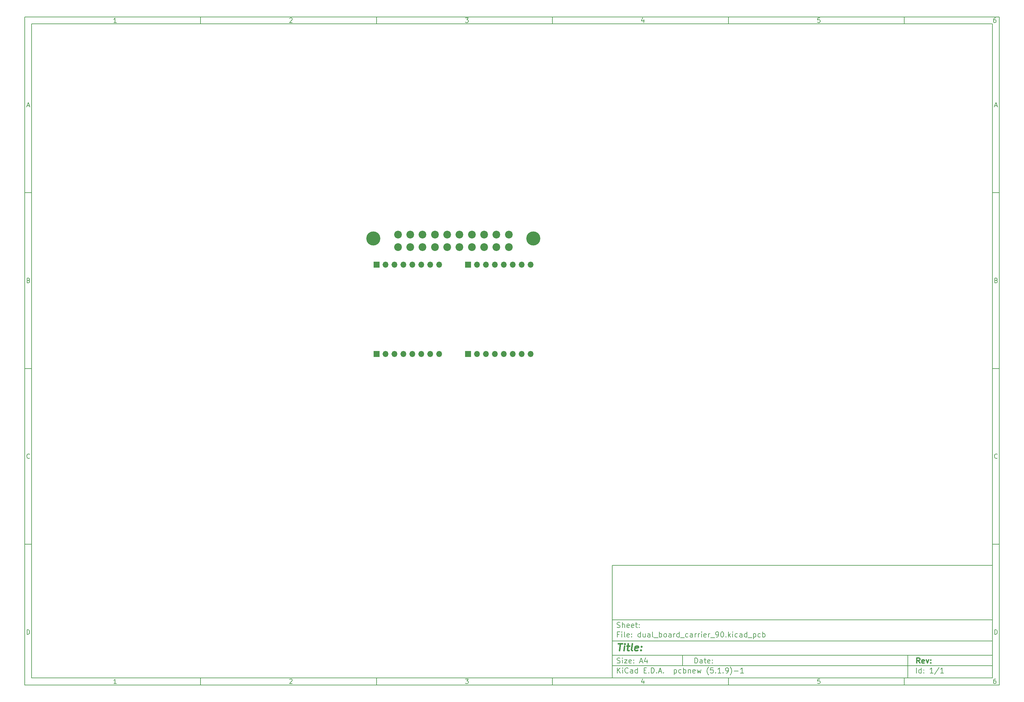
<source format=gbr>
%TF.GenerationSoftware,KiCad,Pcbnew,(5.1.9)-1*%
%TF.CreationDate,2021-02-06T18:14:13-06:00*%
%TF.ProjectId,dual_board_carrier_90,6475616c-5f62-46f6-9172-645f63617272,rev?*%
%TF.SameCoordinates,Original*%
%TF.FileFunction,Soldermask,Bot*%
%TF.FilePolarity,Negative*%
%FSLAX46Y46*%
G04 Gerber Fmt 4.6, Leading zero omitted, Abs format (unit mm)*
G04 Created by KiCad (PCBNEW (5.1.9)-1) date 2021-02-06 18:14:13*
%MOMM*%
%LPD*%
G01*
G04 APERTURE LIST*
%ADD10C,0.100000*%
%ADD11C,0.150000*%
%ADD12C,0.300000*%
%ADD13C,0.400000*%
%ADD14O,1.700000X1.700000*%
%ADD15R,1.700000X1.700000*%
%ADD16C,2.200000*%
%ADD17C,4.000000*%
G04 APERTURE END LIST*
D10*
D11*
X177002200Y-166007200D02*
X177002200Y-198007200D01*
X285002200Y-198007200D01*
X285002200Y-166007200D01*
X177002200Y-166007200D01*
D10*
D11*
X10000000Y-10000000D02*
X10000000Y-200007200D01*
X287002200Y-200007200D01*
X287002200Y-10000000D01*
X10000000Y-10000000D01*
D10*
D11*
X12000000Y-12000000D02*
X12000000Y-198007200D01*
X285002200Y-198007200D01*
X285002200Y-12000000D01*
X12000000Y-12000000D01*
D10*
D11*
X60000000Y-12000000D02*
X60000000Y-10000000D01*
D10*
D11*
X110000000Y-12000000D02*
X110000000Y-10000000D01*
D10*
D11*
X160000000Y-12000000D02*
X160000000Y-10000000D01*
D10*
D11*
X210000000Y-12000000D02*
X210000000Y-10000000D01*
D10*
D11*
X260000000Y-12000000D02*
X260000000Y-10000000D01*
D10*
D11*
X36065476Y-11588095D02*
X35322619Y-11588095D01*
X35694047Y-11588095D02*
X35694047Y-10288095D01*
X35570238Y-10473809D01*
X35446428Y-10597619D01*
X35322619Y-10659523D01*
D10*
D11*
X85322619Y-10411904D02*
X85384523Y-10350000D01*
X85508333Y-10288095D01*
X85817857Y-10288095D01*
X85941666Y-10350000D01*
X86003571Y-10411904D01*
X86065476Y-10535714D01*
X86065476Y-10659523D01*
X86003571Y-10845238D01*
X85260714Y-11588095D01*
X86065476Y-11588095D01*
D10*
D11*
X135260714Y-10288095D02*
X136065476Y-10288095D01*
X135632142Y-10783333D01*
X135817857Y-10783333D01*
X135941666Y-10845238D01*
X136003571Y-10907142D01*
X136065476Y-11030952D01*
X136065476Y-11340476D01*
X136003571Y-11464285D01*
X135941666Y-11526190D01*
X135817857Y-11588095D01*
X135446428Y-11588095D01*
X135322619Y-11526190D01*
X135260714Y-11464285D01*
D10*
D11*
X185941666Y-10721428D02*
X185941666Y-11588095D01*
X185632142Y-10226190D02*
X185322619Y-11154761D01*
X186127380Y-11154761D01*
D10*
D11*
X236003571Y-10288095D02*
X235384523Y-10288095D01*
X235322619Y-10907142D01*
X235384523Y-10845238D01*
X235508333Y-10783333D01*
X235817857Y-10783333D01*
X235941666Y-10845238D01*
X236003571Y-10907142D01*
X236065476Y-11030952D01*
X236065476Y-11340476D01*
X236003571Y-11464285D01*
X235941666Y-11526190D01*
X235817857Y-11588095D01*
X235508333Y-11588095D01*
X235384523Y-11526190D01*
X235322619Y-11464285D01*
D10*
D11*
X285941666Y-10288095D02*
X285694047Y-10288095D01*
X285570238Y-10350000D01*
X285508333Y-10411904D01*
X285384523Y-10597619D01*
X285322619Y-10845238D01*
X285322619Y-11340476D01*
X285384523Y-11464285D01*
X285446428Y-11526190D01*
X285570238Y-11588095D01*
X285817857Y-11588095D01*
X285941666Y-11526190D01*
X286003571Y-11464285D01*
X286065476Y-11340476D01*
X286065476Y-11030952D01*
X286003571Y-10907142D01*
X285941666Y-10845238D01*
X285817857Y-10783333D01*
X285570238Y-10783333D01*
X285446428Y-10845238D01*
X285384523Y-10907142D01*
X285322619Y-11030952D01*
D10*
D11*
X60000000Y-198007200D02*
X60000000Y-200007200D01*
D10*
D11*
X110000000Y-198007200D02*
X110000000Y-200007200D01*
D10*
D11*
X160000000Y-198007200D02*
X160000000Y-200007200D01*
D10*
D11*
X210000000Y-198007200D02*
X210000000Y-200007200D01*
D10*
D11*
X260000000Y-198007200D02*
X260000000Y-200007200D01*
D10*
D11*
X36065476Y-199595295D02*
X35322619Y-199595295D01*
X35694047Y-199595295D02*
X35694047Y-198295295D01*
X35570238Y-198481009D01*
X35446428Y-198604819D01*
X35322619Y-198666723D01*
D10*
D11*
X85322619Y-198419104D02*
X85384523Y-198357200D01*
X85508333Y-198295295D01*
X85817857Y-198295295D01*
X85941666Y-198357200D01*
X86003571Y-198419104D01*
X86065476Y-198542914D01*
X86065476Y-198666723D01*
X86003571Y-198852438D01*
X85260714Y-199595295D01*
X86065476Y-199595295D01*
D10*
D11*
X135260714Y-198295295D02*
X136065476Y-198295295D01*
X135632142Y-198790533D01*
X135817857Y-198790533D01*
X135941666Y-198852438D01*
X136003571Y-198914342D01*
X136065476Y-199038152D01*
X136065476Y-199347676D01*
X136003571Y-199471485D01*
X135941666Y-199533390D01*
X135817857Y-199595295D01*
X135446428Y-199595295D01*
X135322619Y-199533390D01*
X135260714Y-199471485D01*
D10*
D11*
X185941666Y-198728628D02*
X185941666Y-199595295D01*
X185632142Y-198233390D02*
X185322619Y-199161961D01*
X186127380Y-199161961D01*
D10*
D11*
X236003571Y-198295295D02*
X235384523Y-198295295D01*
X235322619Y-198914342D01*
X235384523Y-198852438D01*
X235508333Y-198790533D01*
X235817857Y-198790533D01*
X235941666Y-198852438D01*
X236003571Y-198914342D01*
X236065476Y-199038152D01*
X236065476Y-199347676D01*
X236003571Y-199471485D01*
X235941666Y-199533390D01*
X235817857Y-199595295D01*
X235508333Y-199595295D01*
X235384523Y-199533390D01*
X235322619Y-199471485D01*
D10*
D11*
X285941666Y-198295295D02*
X285694047Y-198295295D01*
X285570238Y-198357200D01*
X285508333Y-198419104D01*
X285384523Y-198604819D01*
X285322619Y-198852438D01*
X285322619Y-199347676D01*
X285384523Y-199471485D01*
X285446428Y-199533390D01*
X285570238Y-199595295D01*
X285817857Y-199595295D01*
X285941666Y-199533390D01*
X286003571Y-199471485D01*
X286065476Y-199347676D01*
X286065476Y-199038152D01*
X286003571Y-198914342D01*
X285941666Y-198852438D01*
X285817857Y-198790533D01*
X285570238Y-198790533D01*
X285446428Y-198852438D01*
X285384523Y-198914342D01*
X285322619Y-199038152D01*
D10*
D11*
X10000000Y-60000000D02*
X12000000Y-60000000D01*
D10*
D11*
X10000000Y-110000000D02*
X12000000Y-110000000D01*
D10*
D11*
X10000000Y-160000000D02*
X12000000Y-160000000D01*
D10*
D11*
X10690476Y-35216666D02*
X11309523Y-35216666D01*
X10566666Y-35588095D02*
X11000000Y-34288095D01*
X11433333Y-35588095D01*
D10*
D11*
X11092857Y-84907142D02*
X11278571Y-84969047D01*
X11340476Y-85030952D01*
X11402380Y-85154761D01*
X11402380Y-85340476D01*
X11340476Y-85464285D01*
X11278571Y-85526190D01*
X11154761Y-85588095D01*
X10659523Y-85588095D01*
X10659523Y-84288095D01*
X11092857Y-84288095D01*
X11216666Y-84350000D01*
X11278571Y-84411904D01*
X11340476Y-84535714D01*
X11340476Y-84659523D01*
X11278571Y-84783333D01*
X11216666Y-84845238D01*
X11092857Y-84907142D01*
X10659523Y-84907142D01*
D10*
D11*
X11402380Y-135464285D02*
X11340476Y-135526190D01*
X11154761Y-135588095D01*
X11030952Y-135588095D01*
X10845238Y-135526190D01*
X10721428Y-135402380D01*
X10659523Y-135278571D01*
X10597619Y-135030952D01*
X10597619Y-134845238D01*
X10659523Y-134597619D01*
X10721428Y-134473809D01*
X10845238Y-134350000D01*
X11030952Y-134288095D01*
X11154761Y-134288095D01*
X11340476Y-134350000D01*
X11402380Y-134411904D01*
D10*
D11*
X10659523Y-185588095D02*
X10659523Y-184288095D01*
X10969047Y-184288095D01*
X11154761Y-184350000D01*
X11278571Y-184473809D01*
X11340476Y-184597619D01*
X11402380Y-184845238D01*
X11402380Y-185030952D01*
X11340476Y-185278571D01*
X11278571Y-185402380D01*
X11154761Y-185526190D01*
X10969047Y-185588095D01*
X10659523Y-185588095D01*
D10*
D11*
X287002200Y-60000000D02*
X285002200Y-60000000D01*
D10*
D11*
X287002200Y-110000000D02*
X285002200Y-110000000D01*
D10*
D11*
X287002200Y-160000000D02*
X285002200Y-160000000D01*
D10*
D11*
X285692676Y-35216666D02*
X286311723Y-35216666D01*
X285568866Y-35588095D02*
X286002200Y-34288095D01*
X286435533Y-35588095D01*
D10*
D11*
X286095057Y-84907142D02*
X286280771Y-84969047D01*
X286342676Y-85030952D01*
X286404580Y-85154761D01*
X286404580Y-85340476D01*
X286342676Y-85464285D01*
X286280771Y-85526190D01*
X286156961Y-85588095D01*
X285661723Y-85588095D01*
X285661723Y-84288095D01*
X286095057Y-84288095D01*
X286218866Y-84350000D01*
X286280771Y-84411904D01*
X286342676Y-84535714D01*
X286342676Y-84659523D01*
X286280771Y-84783333D01*
X286218866Y-84845238D01*
X286095057Y-84907142D01*
X285661723Y-84907142D01*
D10*
D11*
X286404580Y-135464285D02*
X286342676Y-135526190D01*
X286156961Y-135588095D01*
X286033152Y-135588095D01*
X285847438Y-135526190D01*
X285723628Y-135402380D01*
X285661723Y-135278571D01*
X285599819Y-135030952D01*
X285599819Y-134845238D01*
X285661723Y-134597619D01*
X285723628Y-134473809D01*
X285847438Y-134350000D01*
X286033152Y-134288095D01*
X286156961Y-134288095D01*
X286342676Y-134350000D01*
X286404580Y-134411904D01*
D10*
D11*
X285661723Y-185588095D02*
X285661723Y-184288095D01*
X285971247Y-184288095D01*
X286156961Y-184350000D01*
X286280771Y-184473809D01*
X286342676Y-184597619D01*
X286404580Y-184845238D01*
X286404580Y-185030952D01*
X286342676Y-185278571D01*
X286280771Y-185402380D01*
X286156961Y-185526190D01*
X285971247Y-185588095D01*
X285661723Y-185588095D01*
D10*
D11*
X200434342Y-193785771D02*
X200434342Y-192285771D01*
X200791485Y-192285771D01*
X201005771Y-192357200D01*
X201148628Y-192500057D01*
X201220057Y-192642914D01*
X201291485Y-192928628D01*
X201291485Y-193142914D01*
X201220057Y-193428628D01*
X201148628Y-193571485D01*
X201005771Y-193714342D01*
X200791485Y-193785771D01*
X200434342Y-193785771D01*
X202577200Y-193785771D02*
X202577200Y-193000057D01*
X202505771Y-192857200D01*
X202362914Y-192785771D01*
X202077200Y-192785771D01*
X201934342Y-192857200D01*
X202577200Y-193714342D02*
X202434342Y-193785771D01*
X202077200Y-193785771D01*
X201934342Y-193714342D01*
X201862914Y-193571485D01*
X201862914Y-193428628D01*
X201934342Y-193285771D01*
X202077200Y-193214342D01*
X202434342Y-193214342D01*
X202577200Y-193142914D01*
X203077200Y-192785771D02*
X203648628Y-192785771D01*
X203291485Y-192285771D02*
X203291485Y-193571485D01*
X203362914Y-193714342D01*
X203505771Y-193785771D01*
X203648628Y-193785771D01*
X204720057Y-193714342D02*
X204577200Y-193785771D01*
X204291485Y-193785771D01*
X204148628Y-193714342D01*
X204077200Y-193571485D01*
X204077200Y-193000057D01*
X204148628Y-192857200D01*
X204291485Y-192785771D01*
X204577200Y-192785771D01*
X204720057Y-192857200D01*
X204791485Y-193000057D01*
X204791485Y-193142914D01*
X204077200Y-193285771D01*
X205434342Y-193642914D02*
X205505771Y-193714342D01*
X205434342Y-193785771D01*
X205362914Y-193714342D01*
X205434342Y-193642914D01*
X205434342Y-193785771D01*
X205434342Y-192857200D02*
X205505771Y-192928628D01*
X205434342Y-193000057D01*
X205362914Y-192928628D01*
X205434342Y-192857200D01*
X205434342Y-193000057D01*
D10*
D11*
X177002200Y-194507200D02*
X285002200Y-194507200D01*
D10*
D11*
X178434342Y-196585771D02*
X178434342Y-195085771D01*
X179291485Y-196585771D02*
X178648628Y-195728628D01*
X179291485Y-195085771D02*
X178434342Y-195942914D01*
X179934342Y-196585771D02*
X179934342Y-195585771D01*
X179934342Y-195085771D02*
X179862914Y-195157200D01*
X179934342Y-195228628D01*
X180005771Y-195157200D01*
X179934342Y-195085771D01*
X179934342Y-195228628D01*
X181505771Y-196442914D02*
X181434342Y-196514342D01*
X181220057Y-196585771D01*
X181077200Y-196585771D01*
X180862914Y-196514342D01*
X180720057Y-196371485D01*
X180648628Y-196228628D01*
X180577200Y-195942914D01*
X180577200Y-195728628D01*
X180648628Y-195442914D01*
X180720057Y-195300057D01*
X180862914Y-195157200D01*
X181077200Y-195085771D01*
X181220057Y-195085771D01*
X181434342Y-195157200D01*
X181505771Y-195228628D01*
X182791485Y-196585771D02*
X182791485Y-195800057D01*
X182720057Y-195657200D01*
X182577200Y-195585771D01*
X182291485Y-195585771D01*
X182148628Y-195657200D01*
X182791485Y-196514342D02*
X182648628Y-196585771D01*
X182291485Y-196585771D01*
X182148628Y-196514342D01*
X182077200Y-196371485D01*
X182077200Y-196228628D01*
X182148628Y-196085771D01*
X182291485Y-196014342D01*
X182648628Y-196014342D01*
X182791485Y-195942914D01*
X184148628Y-196585771D02*
X184148628Y-195085771D01*
X184148628Y-196514342D02*
X184005771Y-196585771D01*
X183720057Y-196585771D01*
X183577200Y-196514342D01*
X183505771Y-196442914D01*
X183434342Y-196300057D01*
X183434342Y-195871485D01*
X183505771Y-195728628D01*
X183577200Y-195657200D01*
X183720057Y-195585771D01*
X184005771Y-195585771D01*
X184148628Y-195657200D01*
X186005771Y-195800057D02*
X186505771Y-195800057D01*
X186720057Y-196585771D02*
X186005771Y-196585771D01*
X186005771Y-195085771D01*
X186720057Y-195085771D01*
X187362914Y-196442914D02*
X187434342Y-196514342D01*
X187362914Y-196585771D01*
X187291485Y-196514342D01*
X187362914Y-196442914D01*
X187362914Y-196585771D01*
X188077200Y-196585771D02*
X188077200Y-195085771D01*
X188434342Y-195085771D01*
X188648628Y-195157200D01*
X188791485Y-195300057D01*
X188862914Y-195442914D01*
X188934342Y-195728628D01*
X188934342Y-195942914D01*
X188862914Y-196228628D01*
X188791485Y-196371485D01*
X188648628Y-196514342D01*
X188434342Y-196585771D01*
X188077200Y-196585771D01*
X189577200Y-196442914D02*
X189648628Y-196514342D01*
X189577200Y-196585771D01*
X189505771Y-196514342D01*
X189577200Y-196442914D01*
X189577200Y-196585771D01*
X190220057Y-196157200D02*
X190934342Y-196157200D01*
X190077200Y-196585771D02*
X190577200Y-195085771D01*
X191077200Y-196585771D01*
X191577200Y-196442914D02*
X191648628Y-196514342D01*
X191577200Y-196585771D01*
X191505771Y-196514342D01*
X191577200Y-196442914D01*
X191577200Y-196585771D01*
X194577200Y-195585771D02*
X194577200Y-197085771D01*
X194577200Y-195657200D02*
X194720057Y-195585771D01*
X195005771Y-195585771D01*
X195148628Y-195657200D01*
X195220057Y-195728628D01*
X195291485Y-195871485D01*
X195291485Y-196300057D01*
X195220057Y-196442914D01*
X195148628Y-196514342D01*
X195005771Y-196585771D01*
X194720057Y-196585771D01*
X194577200Y-196514342D01*
X196577200Y-196514342D02*
X196434342Y-196585771D01*
X196148628Y-196585771D01*
X196005771Y-196514342D01*
X195934342Y-196442914D01*
X195862914Y-196300057D01*
X195862914Y-195871485D01*
X195934342Y-195728628D01*
X196005771Y-195657200D01*
X196148628Y-195585771D01*
X196434342Y-195585771D01*
X196577200Y-195657200D01*
X197220057Y-196585771D02*
X197220057Y-195085771D01*
X197220057Y-195657200D02*
X197362914Y-195585771D01*
X197648628Y-195585771D01*
X197791485Y-195657200D01*
X197862914Y-195728628D01*
X197934342Y-195871485D01*
X197934342Y-196300057D01*
X197862914Y-196442914D01*
X197791485Y-196514342D01*
X197648628Y-196585771D01*
X197362914Y-196585771D01*
X197220057Y-196514342D01*
X198577200Y-195585771D02*
X198577200Y-196585771D01*
X198577200Y-195728628D02*
X198648628Y-195657200D01*
X198791485Y-195585771D01*
X199005771Y-195585771D01*
X199148628Y-195657200D01*
X199220057Y-195800057D01*
X199220057Y-196585771D01*
X200505771Y-196514342D02*
X200362914Y-196585771D01*
X200077200Y-196585771D01*
X199934342Y-196514342D01*
X199862914Y-196371485D01*
X199862914Y-195800057D01*
X199934342Y-195657200D01*
X200077200Y-195585771D01*
X200362914Y-195585771D01*
X200505771Y-195657200D01*
X200577200Y-195800057D01*
X200577200Y-195942914D01*
X199862914Y-196085771D01*
X201077200Y-195585771D02*
X201362914Y-196585771D01*
X201648628Y-195871485D01*
X201934342Y-196585771D01*
X202220057Y-195585771D01*
X204362914Y-197157200D02*
X204291485Y-197085771D01*
X204148628Y-196871485D01*
X204077200Y-196728628D01*
X204005771Y-196514342D01*
X203934342Y-196157200D01*
X203934342Y-195871485D01*
X204005771Y-195514342D01*
X204077200Y-195300057D01*
X204148628Y-195157200D01*
X204291485Y-194942914D01*
X204362914Y-194871485D01*
X205648628Y-195085771D02*
X204934342Y-195085771D01*
X204862914Y-195800057D01*
X204934342Y-195728628D01*
X205077200Y-195657200D01*
X205434342Y-195657200D01*
X205577200Y-195728628D01*
X205648628Y-195800057D01*
X205720057Y-195942914D01*
X205720057Y-196300057D01*
X205648628Y-196442914D01*
X205577200Y-196514342D01*
X205434342Y-196585771D01*
X205077200Y-196585771D01*
X204934342Y-196514342D01*
X204862914Y-196442914D01*
X206362914Y-196442914D02*
X206434342Y-196514342D01*
X206362914Y-196585771D01*
X206291485Y-196514342D01*
X206362914Y-196442914D01*
X206362914Y-196585771D01*
X207862914Y-196585771D02*
X207005771Y-196585771D01*
X207434342Y-196585771D02*
X207434342Y-195085771D01*
X207291485Y-195300057D01*
X207148628Y-195442914D01*
X207005771Y-195514342D01*
X208505771Y-196442914D02*
X208577200Y-196514342D01*
X208505771Y-196585771D01*
X208434342Y-196514342D01*
X208505771Y-196442914D01*
X208505771Y-196585771D01*
X209291485Y-196585771D02*
X209577200Y-196585771D01*
X209720057Y-196514342D01*
X209791485Y-196442914D01*
X209934342Y-196228628D01*
X210005771Y-195942914D01*
X210005771Y-195371485D01*
X209934342Y-195228628D01*
X209862914Y-195157200D01*
X209720057Y-195085771D01*
X209434342Y-195085771D01*
X209291485Y-195157200D01*
X209220057Y-195228628D01*
X209148628Y-195371485D01*
X209148628Y-195728628D01*
X209220057Y-195871485D01*
X209291485Y-195942914D01*
X209434342Y-196014342D01*
X209720057Y-196014342D01*
X209862914Y-195942914D01*
X209934342Y-195871485D01*
X210005771Y-195728628D01*
X210505771Y-197157200D02*
X210577200Y-197085771D01*
X210720057Y-196871485D01*
X210791485Y-196728628D01*
X210862914Y-196514342D01*
X210934342Y-196157200D01*
X210934342Y-195871485D01*
X210862914Y-195514342D01*
X210791485Y-195300057D01*
X210720057Y-195157200D01*
X210577200Y-194942914D01*
X210505771Y-194871485D01*
X211648628Y-196014342D02*
X212791485Y-196014342D01*
X214291485Y-196585771D02*
X213434342Y-196585771D01*
X213862914Y-196585771D02*
X213862914Y-195085771D01*
X213720057Y-195300057D01*
X213577200Y-195442914D01*
X213434342Y-195514342D01*
D10*
D11*
X177002200Y-191507200D02*
X285002200Y-191507200D01*
D10*
D12*
X264411485Y-193785771D02*
X263911485Y-193071485D01*
X263554342Y-193785771D02*
X263554342Y-192285771D01*
X264125771Y-192285771D01*
X264268628Y-192357200D01*
X264340057Y-192428628D01*
X264411485Y-192571485D01*
X264411485Y-192785771D01*
X264340057Y-192928628D01*
X264268628Y-193000057D01*
X264125771Y-193071485D01*
X263554342Y-193071485D01*
X265625771Y-193714342D02*
X265482914Y-193785771D01*
X265197200Y-193785771D01*
X265054342Y-193714342D01*
X264982914Y-193571485D01*
X264982914Y-193000057D01*
X265054342Y-192857200D01*
X265197200Y-192785771D01*
X265482914Y-192785771D01*
X265625771Y-192857200D01*
X265697200Y-193000057D01*
X265697200Y-193142914D01*
X264982914Y-193285771D01*
X266197200Y-192785771D02*
X266554342Y-193785771D01*
X266911485Y-192785771D01*
X267482914Y-193642914D02*
X267554342Y-193714342D01*
X267482914Y-193785771D01*
X267411485Y-193714342D01*
X267482914Y-193642914D01*
X267482914Y-193785771D01*
X267482914Y-192857200D02*
X267554342Y-192928628D01*
X267482914Y-193000057D01*
X267411485Y-192928628D01*
X267482914Y-192857200D01*
X267482914Y-193000057D01*
D10*
D11*
X178362914Y-193714342D02*
X178577200Y-193785771D01*
X178934342Y-193785771D01*
X179077200Y-193714342D01*
X179148628Y-193642914D01*
X179220057Y-193500057D01*
X179220057Y-193357200D01*
X179148628Y-193214342D01*
X179077200Y-193142914D01*
X178934342Y-193071485D01*
X178648628Y-193000057D01*
X178505771Y-192928628D01*
X178434342Y-192857200D01*
X178362914Y-192714342D01*
X178362914Y-192571485D01*
X178434342Y-192428628D01*
X178505771Y-192357200D01*
X178648628Y-192285771D01*
X179005771Y-192285771D01*
X179220057Y-192357200D01*
X179862914Y-193785771D02*
X179862914Y-192785771D01*
X179862914Y-192285771D02*
X179791485Y-192357200D01*
X179862914Y-192428628D01*
X179934342Y-192357200D01*
X179862914Y-192285771D01*
X179862914Y-192428628D01*
X180434342Y-192785771D02*
X181220057Y-192785771D01*
X180434342Y-193785771D01*
X181220057Y-193785771D01*
X182362914Y-193714342D02*
X182220057Y-193785771D01*
X181934342Y-193785771D01*
X181791485Y-193714342D01*
X181720057Y-193571485D01*
X181720057Y-193000057D01*
X181791485Y-192857200D01*
X181934342Y-192785771D01*
X182220057Y-192785771D01*
X182362914Y-192857200D01*
X182434342Y-193000057D01*
X182434342Y-193142914D01*
X181720057Y-193285771D01*
X183077200Y-193642914D02*
X183148628Y-193714342D01*
X183077200Y-193785771D01*
X183005771Y-193714342D01*
X183077200Y-193642914D01*
X183077200Y-193785771D01*
X183077200Y-192857200D02*
X183148628Y-192928628D01*
X183077200Y-193000057D01*
X183005771Y-192928628D01*
X183077200Y-192857200D01*
X183077200Y-193000057D01*
X184862914Y-193357200D02*
X185577200Y-193357200D01*
X184720057Y-193785771D02*
X185220057Y-192285771D01*
X185720057Y-193785771D01*
X186862914Y-192785771D02*
X186862914Y-193785771D01*
X186505771Y-192214342D02*
X186148628Y-193285771D01*
X187077200Y-193285771D01*
D10*
D11*
X263434342Y-196585771D02*
X263434342Y-195085771D01*
X264791485Y-196585771D02*
X264791485Y-195085771D01*
X264791485Y-196514342D02*
X264648628Y-196585771D01*
X264362914Y-196585771D01*
X264220057Y-196514342D01*
X264148628Y-196442914D01*
X264077200Y-196300057D01*
X264077200Y-195871485D01*
X264148628Y-195728628D01*
X264220057Y-195657200D01*
X264362914Y-195585771D01*
X264648628Y-195585771D01*
X264791485Y-195657200D01*
X265505771Y-196442914D02*
X265577200Y-196514342D01*
X265505771Y-196585771D01*
X265434342Y-196514342D01*
X265505771Y-196442914D01*
X265505771Y-196585771D01*
X265505771Y-195657200D02*
X265577200Y-195728628D01*
X265505771Y-195800057D01*
X265434342Y-195728628D01*
X265505771Y-195657200D01*
X265505771Y-195800057D01*
X268148628Y-196585771D02*
X267291485Y-196585771D01*
X267720057Y-196585771D02*
X267720057Y-195085771D01*
X267577200Y-195300057D01*
X267434342Y-195442914D01*
X267291485Y-195514342D01*
X269862914Y-195014342D02*
X268577200Y-196942914D01*
X271148628Y-196585771D02*
X270291485Y-196585771D01*
X270720057Y-196585771D02*
X270720057Y-195085771D01*
X270577200Y-195300057D01*
X270434342Y-195442914D01*
X270291485Y-195514342D01*
D10*
D11*
X177002200Y-187507200D02*
X285002200Y-187507200D01*
D10*
D13*
X178714580Y-188211961D02*
X179857438Y-188211961D01*
X179036009Y-190211961D02*
X179286009Y-188211961D01*
X180274104Y-190211961D02*
X180440771Y-188878628D01*
X180524104Y-188211961D02*
X180416961Y-188307200D01*
X180500295Y-188402438D01*
X180607438Y-188307200D01*
X180524104Y-188211961D01*
X180500295Y-188402438D01*
X181107438Y-188878628D02*
X181869342Y-188878628D01*
X181476485Y-188211961D02*
X181262200Y-189926247D01*
X181333628Y-190116723D01*
X181512200Y-190211961D01*
X181702676Y-190211961D01*
X182655057Y-190211961D02*
X182476485Y-190116723D01*
X182405057Y-189926247D01*
X182619342Y-188211961D01*
X184190771Y-190116723D02*
X183988390Y-190211961D01*
X183607438Y-190211961D01*
X183428866Y-190116723D01*
X183357438Y-189926247D01*
X183452676Y-189164342D01*
X183571723Y-188973866D01*
X183774104Y-188878628D01*
X184155057Y-188878628D01*
X184333628Y-188973866D01*
X184405057Y-189164342D01*
X184381247Y-189354819D01*
X183405057Y-189545295D01*
X185155057Y-190021485D02*
X185238390Y-190116723D01*
X185131247Y-190211961D01*
X185047914Y-190116723D01*
X185155057Y-190021485D01*
X185131247Y-190211961D01*
X185286009Y-188973866D02*
X185369342Y-189069104D01*
X185262200Y-189164342D01*
X185178866Y-189069104D01*
X185286009Y-188973866D01*
X185262200Y-189164342D01*
D10*
D11*
X178934342Y-185600057D02*
X178434342Y-185600057D01*
X178434342Y-186385771D02*
X178434342Y-184885771D01*
X179148628Y-184885771D01*
X179720057Y-186385771D02*
X179720057Y-185385771D01*
X179720057Y-184885771D02*
X179648628Y-184957200D01*
X179720057Y-185028628D01*
X179791485Y-184957200D01*
X179720057Y-184885771D01*
X179720057Y-185028628D01*
X180648628Y-186385771D02*
X180505771Y-186314342D01*
X180434342Y-186171485D01*
X180434342Y-184885771D01*
X181791485Y-186314342D02*
X181648628Y-186385771D01*
X181362914Y-186385771D01*
X181220057Y-186314342D01*
X181148628Y-186171485D01*
X181148628Y-185600057D01*
X181220057Y-185457200D01*
X181362914Y-185385771D01*
X181648628Y-185385771D01*
X181791485Y-185457200D01*
X181862914Y-185600057D01*
X181862914Y-185742914D01*
X181148628Y-185885771D01*
X182505771Y-186242914D02*
X182577200Y-186314342D01*
X182505771Y-186385771D01*
X182434342Y-186314342D01*
X182505771Y-186242914D01*
X182505771Y-186385771D01*
X182505771Y-185457200D02*
X182577200Y-185528628D01*
X182505771Y-185600057D01*
X182434342Y-185528628D01*
X182505771Y-185457200D01*
X182505771Y-185600057D01*
X185005771Y-186385771D02*
X185005771Y-184885771D01*
X185005771Y-186314342D02*
X184862914Y-186385771D01*
X184577200Y-186385771D01*
X184434342Y-186314342D01*
X184362914Y-186242914D01*
X184291485Y-186100057D01*
X184291485Y-185671485D01*
X184362914Y-185528628D01*
X184434342Y-185457200D01*
X184577200Y-185385771D01*
X184862914Y-185385771D01*
X185005771Y-185457200D01*
X186362914Y-185385771D02*
X186362914Y-186385771D01*
X185720057Y-185385771D02*
X185720057Y-186171485D01*
X185791485Y-186314342D01*
X185934342Y-186385771D01*
X186148628Y-186385771D01*
X186291485Y-186314342D01*
X186362914Y-186242914D01*
X187720057Y-186385771D02*
X187720057Y-185600057D01*
X187648628Y-185457200D01*
X187505771Y-185385771D01*
X187220057Y-185385771D01*
X187077200Y-185457200D01*
X187720057Y-186314342D02*
X187577200Y-186385771D01*
X187220057Y-186385771D01*
X187077200Y-186314342D01*
X187005771Y-186171485D01*
X187005771Y-186028628D01*
X187077200Y-185885771D01*
X187220057Y-185814342D01*
X187577200Y-185814342D01*
X187720057Y-185742914D01*
X188648628Y-186385771D02*
X188505771Y-186314342D01*
X188434342Y-186171485D01*
X188434342Y-184885771D01*
X188862914Y-186528628D02*
X190005771Y-186528628D01*
X190362914Y-186385771D02*
X190362914Y-184885771D01*
X190362914Y-185457200D02*
X190505771Y-185385771D01*
X190791485Y-185385771D01*
X190934342Y-185457200D01*
X191005771Y-185528628D01*
X191077200Y-185671485D01*
X191077200Y-186100057D01*
X191005771Y-186242914D01*
X190934342Y-186314342D01*
X190791485Y-186385771D01*
X190505771Y-186385771D01*
X190362914Y-186314342D01*
X191934342Y-186385771D02*
X191791485Y-186314342D01*
X191720057Y-186242914D01*
X191648628Y-186100057D01*
X191648628Y-185671485D01*
X191720057Y-185528628D01*
X191791485Y-185457200D01*
X191934342Y-185385771D01*
X192148628Y-185385771D01*
X192291485Y-185457200D01*
X192362914Y-185528628D01*
X192434342Y-185671485D01*
X192434342Y-186100057D01*
X192362914Y-186242914D01*
X192291485Y-186314342D01*
X192148628Y-186385771D01*
X191934342Y-186385771D01*
X193720057Y-186385771D02*
X193720057Y-185600057D01*
X193648628Y-185457200D01*
X193505771Y-185385771D01*
X193220057Y-185385771D01*
X193077200Y-185457200D01*
X193720057Y-186314342D02*
X193577200Y-186385771D01*
X193220057Y-186385771D01*
X193077200Y-186314342D01*
X193005771Y-186171485D01*
X193005771Y-186028628D01*
X193077200Y-185885771D01*
X193220057Y-185814342D01*
X193577200Y-185814342D01*
X193720057Y-185742914D01*
X194434342Y-186385771D02*
X194434342Y-185385771D01*
X194434342Y-185671485D02*
X194505771Y-185528628D01*
X194577200Y-185457200D01*
X194720057Y-185385771D01*
X194862914Y-185385771D01*
X196005771Y-186385771D02*
X196005771Y-184885771D01*
X196005771Y-186314342D02*
X195862914Y-186385771D01*
X195577200Y-186385771D01*
X195434342Y-186314342D01*
X195362914Y-186242914D01*
X195291485Y-186100057D01*
X195291485Y-185671485D01*
X195362914Y-185528628D01*
X195434342Y-185457200D01*
X195577200Y-185385771D01*
X195862914Y-185385771D01*
X196005771Y-185457200D01*
X196362914Y-186528628D02*
X197505771Y-186528628D01*
X198505771Y-186314342D02*
X198362914Y-186385771D01*
X198077200Y-186385771D01*
X197934342Y-186314342D01*
X197862914Y-186242914D01*
X197791485Y-186100057D01*
X197791485Y-185671485D01*
X197862914Y-185528628D01*
X197934342Y-185457200D01*
X198077200Y-185385771D01*
X198362914Y-185385771D01*
X198505771Y-185457200D01*
X199791485Y-186385771D02*
X199791485Y-185600057D01*
X199720057Y-185457200D01*
X199577200Y-185385771D01*
X199291485Y-185385771D01*
X199148628Y-185457200D01*
X199791485Y-186314342D02*
X199648628Y-186385771D01*
X199291485Y-186385771D01*
X199148628Y-186314342D01*
X199077200Y-186171485D01*
X199077200Y-186028628D01*
X199148628Y-185885771D01*
X199291485Y-185814342D01*
X199648628Y-185814342D01*
X199791485Y-185742914D01*
X200505771Y-186385771D02*
X200505771Y-185385771D01*
X200505771Y-185671485D02*
X200577200Y-185528628D01*
X200648628Y-185457200D01*
X200791485Y-185385771D01*
X200934342Y-185385771D01*
X201434342Y-186385771D02*
X201434342Y-185385771D01*
X201434342Y-185671485D02*
X201505771Y-185528628D01*
X201577200Y-185457200D01*
X201720057Y-185385771D01*
X201862914Y-185385771D01*
X202362914Y-186385771D02*
X202362914Y-185385771D01*
X202362914Y-184885771D02*
X202291485Y-184957200D01*
X202362914Y-185028628D01*
X202434342Y-184957200D01*
X202362914Y-184885771D01*
X202362914Y-185028628D01*
X203648628Y-186314342D02*
X203505771Y-186385771D01*
X203220057Y-186385771D01*
X203077200Y-186314342D01*
X203005771Y-186171485D01*
X203005771Y-185600057D01*
X203077200Y-185457200D01*
X203220057Y-185385771D01*
X203505771Y-185385771D01*
X203648628Y-185457200D01*
X203720057Y-185600057D01*
X203720057Y-185742914D01*
X203005771Y-185885771D01*
X204362914Y-186385771D02*
X204362914Y-185385771D01*
X204362914Y-185671485D02*
X204434342Y-185528628D01*
X204505771Y-185457200D01*
X204648628Y-185385771D01*
X204791485Y-185385771D01*
X204934342Y-186528628D02*
X206077200Y-186528628D01*
X206505771Y-186385771D02*
X206791485Y-186385771D01*
X206934342Y-186314342D01*
X207005771Y-186242914D01*
X207148628Y-186028628D01*
X207220057Y-185742914D01*
X207220057Y-185171485D01*
X207148628Y-185028628D01*
X207077200Y-184957200D01*
X206934342Y-184885771D01*
X206648628Y-184885771D01*
X206505771Y-184957200D01*
X206434342Y-185028628D01*
X206362914Y-185171485D01*
X206362914Y-185528628D01*
X206434342Y-185671485D01*
X206505771Y-185742914D01*
X206648628Y-185814342D01*
X206934342Y-185814342D01*
X207077200Y-185742914D01*
X207148628Y-185671485D01*
X207220057Y-185528628D01*
X208148628Y-184885771D02*
X208291485Y-184885771D01*
X208434342Y-184957200D01*
X208505771Y-185028628D01*
X208577200Y-185171485D01*
X208648628Y-185457200D01*
X208648628Y-185814342D01*
X208577200Y-186100057D01*
X208505771Y-186242914D01*
X208434342Y-186314342D01*
X208291485Y-186385771D01*
X208148628Y-186385771D01*
X208005771Y-186314342D01*
X207934342Y-186242914D01*
X207862914Y-186100057D01*
X207791485Y-185814342D01*
X207791485Y-185457200D01*
X207862914Y-185171485D01*
X207934342Y-185028628D01*
X208005771Y-184957200D01*
X208148628Y-184885771D01*
X209291485Y-186242914D02*
X209362914Y-186314342D01*
X209291485Y-186385771D01*
X209220057Y-186314342D01*
X209291485Y-186242914D01*
X209291485Y-186385771D01*
X210005771Y-186385771D02*
X210005771Y-184885771D01*
X210148628Y-185814342D02*
X210577200Y-186385771D01*
X210577200Y-185385771D02*
X210005771Y-185957200D01*
X211220057Y-186385771D02*
X211220057Y-185385771D01*
X211220057Y-184885771D02*
X211148628Y-184957200D01*
X211220057Y-185028628D01*
X211291485Y-184957200D01*
X211220057Y-184885771D01*
X211220057Y-185028628D01*
X212577200Y-186314342D02*
X212434342Y-186385771D01*
X212148628Y-186385771D01*
X212005771Y-186314342D01*
X211934342Y-186242914D01*
X211862914Y-186100057D01*
X211862914Y-185671485D01*
X211934342Y-185528628D01*
X212005771Y-185457200D01*
X212148628Y-185385771D01*
X212434342Y-185385771D01*
X212577200Y-185457200D01*
X213862914Y-186385771D02*
X213862914Y-185600057D01*
X213791485Y-185457200D01*
X213648628Y-185385771D01*
X213362914Y-185385771D01*
X213220057Y-185457200D01*
X213862914Y-186314342D02*
X213720057Y-186385771D01*
X213362914Y-186385771D01*
X213220057Y-186314342D01*
X213148628Y-186171485D01*
X213148628Y-186028628D01*
X213220057Y-185885771D01*
X213362914Y-185814342D01*
X213720057Y-185814342D01*
X213862914Y-185742914D01*
X215220057Y-186385771D02*
X215220057Y-184885771D01*
X215220057Y-186314342D02*
X215077200Y-186385771D01*
X214791485Y-186385771D01*
X214648628Y-186314342D01*
X214577200Y-186242914D01*
X214505771Y-186100057D01*
X214505771Y-185671485D01*
X214577200Y-185528628D01*
X214648628Y-185457200D01*
X214791485Y-185385771D01*
X215077200Y-185385771D01*
X215220057Y-185457200D01*
X215577200Y-186528628D02*
X216720057Y-186528628D01*
X217077200Y-185385771D02*
X217077200Y-186885771D01*
X217077200Y-185457200D02*
X217220057Y-185385771D01*
X217505771Y-185385771D01*
X217648628Y-185457200D01*
X217720057Y-185528628D01*
X217791485Y-185671485D01*
X217791485Y-186100057D01*
X217720057Y-186242914D01*
X217648628Y-186314342D01*
X217505771Y-186385771D01*
X217220057Y-186385771D01*
X217077200Y-186314342D01*
X219077200Y-186314342D02*
X218934342Y-186385771D01*
X218648628Y-186385771D01*
X218505771Y-186314342D01*
X218434342Y-186242914D01*
X218362914Y-186100057D01*
X218362914Y-185671485D01*
X218434342Y-185528628D01*
X218505771Y-185457200D01*
X218648628Y-185385771D01*
X218934342Y-185385771D01*
X219077200Y-185457200D01*
X219720057Y-186385771D02*
X219720057Y-184885771D01*
X219720057Y-185457200D02*
X219862914Y-185385771D01*
X220148628Y-185385771D01*
X220291485Y-185457200D01*
X220362914Y-185528628D01*
X220434342Y-185671485D01*
X220434342Y-186100057D01*
X220362914Y-186242914D01*
X220291485Y-186314342D01*
X220148628Y-186385771D01*
X219862914Y-186385771D01*
X219720057Y-186314342D01*
D10*
D11*
X177002200Y-181507200D02*
X285002200Y-181507200D01*
D10*
D11*
X178362914Y-183614342D02*
X178577200Y-183685771D01*
X178934342Y-183685771D01*
X179077200Y-183614342D01*
X179148628Y-183542914D01*
X179220057Y-183400057D01*
X179220057Y-183257200D01*
X179148628Y-183114342D01*
X179077200Y-183042914D01*
X178934342Y-182971485D01*
X178648628Y-182900057D01*
X178505771Y-182828628D01*
X178434342Y-182757200D01*
X178362914Y-182614342D01*
X178362914Y-182471485D01*
X178434342Y-182328628D01*
X178505771Y-182257200D01*
X178648628Y-182185771D01*
X179005771Y-182185771D01*
X179220057Y-182257200D01*
X179862914Y-183685771D02*
X179862914Y-182185771D01*
X180505771Y-183685771D02*
X180505771Y-182900057D01*
X180434342Y-182757200D01*
X180291485Y-182685771D01*
X180077200Y-182685771D01*
X179934342Y-182757200D01*
X179862914Y-182828628D01*
X181791485Y-183614342D02*
X181648628Y-183685771D01*
X181362914Y-183685771D01*
X181220057Y-183614342D01*
X181148628Y-183471485D01*
X181148628Y-182900057D01*
X181220057Y-182757200D01*
X181362914Y-182685771D01*
X181648628Y-182685771D01*
X181791485Y-182757200D01*
X181862914Y-182900057D01*
X181862914Y-183042914D01*
X181148628Y-183185771D01*
X183077200Y-183614342D02*
X182934342Y-183685771D01*
X182648628Y-183685771D01*
X182505771Y-183614342D01*
X182434342Y-183471485D01*
X182434342Y-182900057D01*
X182505771Y-182757200D01*
X182648628Y-182685771D01*
X182934342Y-182685771D01*
X183077200Y-182757200D01*
X183148628Y-182900057D01*
X183148628Y-183042914D01*
X182434342Y-183185771D01*
X183577200Y-182685771D02*
X184148628Y-182685771D01*
X183791485Y-182185771D02*
X183791485Y-183471485D01*
X183862914Y-183614342D01*
X184005771Y-183685771D01*
X184148628Y-183685771D01*
X184648628Y-183542914D02*
X184720057Y-183614342D01*
X184648628Y-183685771D01*
X184577200Y-183614342D01*
X184648628Y-183542914D01*
X184648628Y-183685771D01*
X184648628Y-182757200D02*
X184720057Y-182828628D01*
X184648628Y-182900057D01*
X184577200Y-182828628D01*
X184648628Y-182757200D01*
X184648628Y-182900057D01*
D10*
D11*
X197002200Y-191507200D02*
X197002200Y-194507200D01*
D10*
D11*
X261002200Y-191507200D02*
X261002200Y-198007200D01*
D14*
%TO.C,J5*%
X153796000Y-80460000D03*
X151256000Y-80460000D03*
X148716000Y-80460000D03*
X146176000Y-80460000D03*
X143636000Y-80460000D03*
X141096000Y-80460000D03*
X138556000Y-80460000D03*
D15*
X136016000Y-80460000D03*
%TD*%
D14*
%TO.C,J4*%
X153796000Y-105860000D03*
X151256000Y-105860000D03*
X148716000Y-105860000D03*
X146176000Y-105860000D03*
X143636000Y-105860000D03*
X141096000Y-105860000D03*
X138556000Y-105860000D03*
D15*
X136016000Y-105860000D03*
%TD*%
D14*
%TO.C,J2*%
X127796000Y-80460000D03*
X125256000Y-80460000D03*
X122716000Y-80460000D03*
X120176000Y-80460000D03*
X117636000Y-80460000D03*
X115096000Y-80460000D03*
X112556000Y-80460000D03*
D15*
X110016000Y-80460000D03*
%TD*%
D14*
%TO.C,J1*%
X127796000Y-105860000D03*
X125256000Y-105860000D03*
X122716000Y-105860000D03*
X120176000Y-105860000D03*
X117636000Y-105860000D03*
X115096000Y-105860000D03*
X112556000Y-105860000D03*
D15*
X110016000Y-105860000D03*
%TD*%
D16*
%TO.C,J3*%
X147576000Y-75434000D03*
X144076000Y-75434000D03*
X140576000Y-75434000D03*
X137076000Y-75434000D03*
X133576000Y-75434000D03*
X130076000Y-75434000D03*
X126576000Y-75434000D03*
X123076000Y-75434000D03*
X119576000Y-75434000D03*
X116076000Y-75434000D03*
X147576000Y-71934000D03*
X144076000Y-71934000D03*
X140576000Y-71934000D03*
X137076000Y-71934000D03*
X133576000Y-71934000D03*
X130076000Y-71934000D03*
X126576000Y-71934000D03*
X123076000Y-71934000D03*
X119576000Y-71934000D03*
X116076000Y-71934000D03*
D17*
X154576000Y-72974000D03*
X109076000Y-72974000D03*
%TD*%
M02*

</source>
